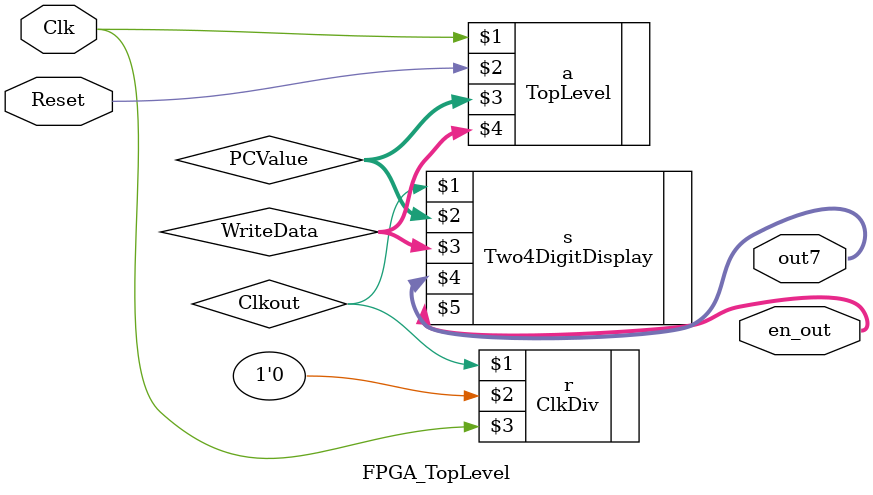
<source format=v>
/* Group 28
    Jerald Ocaya: 50%
    Logan Goerge: 50%
*/
`timescale 1ns / 1ps
module FPGA_TopLevel(Clk, Reset, out7, en_out);
input Clk;
input Reset;
output [6:0] out7;
output [7:0] en_out;
wire Clkout;
wire [15:0] PCValue, WriteData;


Two4DigitDisplay s(Clkout,PCValue[15:0],WriteData[15:0],out7,en_out);
TopLevel a(Clk, Reset, PCValue, WriteData);
ClkDiv r(Clkout, 1'b0, Clk);

endmodule
</source>
